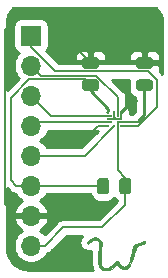
<source format=gbr>
G04 #@! TF.GenerationSoftware,KiCad,Pcbnew,5.1.5*
G04 #@! TF.CreationDate,2020-01-16T19:42:05-06:00*
G04 #@! TF.ProjectId,BMM150,424d4d31-3530-42e6-9b69-6361645f7063,rev?*
G04 #@! TF.SameCoordinates,Original*
G04 #@! TF.FileFunction,Copper,L1,Top*
G04 #@! TF.FilePolarity,Positive*
%FSLAX46Y46*%
G04 Gerber Fmt 4.6, Leading zero omitted, Abs format (unit mm)*
G04 Created by KiCad (PCBNEW 5.1.5) date 2020-01-16 19:42:05*
%MOMM*%
%LPD*%
G04 APERTURE LIST*
%ADD10C,0.010000*%
%ADD11C,0.100000*%
%ADD12R,1.700000X1.700000*%
%ADD13O,1.700000X1.700000*%
%ADD14C,0.200000*%
%ADD15C,0.800000*%
%ADD16C,0.150000*%
%ADD17C,0.250000*%
%ADD18C,0.254000*%
G04 APERTURE END LIST*
D10*
G36*
X143294413Y-125629101D02*
G01*
X143477476Y-125721441D01*
X143613408Y-125855243D01*
X143620789Y-125866445D01*
X143659296Y-125936560D01*
X143680787Y-126011161D01*
X143687260Y-126111906D01*
X143680713Y-126260454D01*
X143669912Y-126399000D01*
X143656318Y-126607176D01*
X143645127Y-126865106D01*
X143637606Y-127137886D01*
X143635038Y-127359064D01*
X143635779Y-127591042D01*
X143640613Y-127755025D01*
X143651695Y-127867664D01*
X143671180Y-127945610D01*
X143701225Y-128005512D01*
X143722732Y-128036397D01*
X143808602Y-128121274D01*
X143922178Y-128161004D01*
X143995016Y-128169227D01*
X144242890Y-128150096D01*
X144470719Y-128052890D01*
X144684344Y-127874818D01*
X144739224Y-127813825D01*
X144843892Y-127700241D01*
X144934066Y-127618178D01*
X144991141Y-127584453D01*
X144993112Y-127584334D01*
X145048755Y-127617452D01*
X145122182Y-127701096D01*
X145154505Y-127748393D01*
X145301869Y-127939127D01*
X145451913Y-128053226D01*
X145599284Y-128089020D01*
X145738631Y-128044837D01*
X145832971Y-127960223D01*
X145913653Y-127851415D01*
X145983934Y-127723458D01*
X146051082Y-127559221D01*
X146122364Y-127341574D01*
X146180985Y-127139834D01*
X146240450Y-126929010D01*
X146302683Y-126709557D01*
X146356333Y-126521471D01*
X146367246Y-126483442D01*
X146446416Y-126208050D01*
X146874565Y-126044582D01*
X147092567Y-125965972D01*
X147240998Y-125923703D01*
X147326001Y-125916227D01*
X147347145Y-125925545D01*
X147377677Y-125984474D01*
X147344740Y-126044145D01*
X147242286Y-126109634D01*
X147064270Y-126186021D01*
X147014887Y-126204600D01*
X146855263Y-126266840D01*
X146724296Y-126323866D01*
X146644270Y-126365783D01*
X146633527Y-126373933D01*
X146605315Y-126430037D01*
X146561526Y-126551746D01*
X146507553Y-126722637D01*
X146448790Y-126926288D01*
X146432251Y-126986804D01*
X146321737Y-127368610D01*
X146215651Y-127673568D01*
X146109846Y-127909062D01*
X146000173Y-128082475D01*
X145882485Y-128201190D01*
X145752635Y-128272591D01*
X145701069Y-128288398D01*
X145527379Y-128291191D01*
X145343574Y-128224646D01*
X145171259Y-128097924D01*
X145117569Y-128040944D01*
X144966511Y-127864467D01*
X144796542Y-128041355D01*
X144612034Y-128207866D01*
X144428712Y-128310737D01*
X144215918Y-128364778D01*
X144101413Y-128377186D01*
X143943971Y-128383485D01*
X143834906Y-128367957D01*
X143739244Y-128323620D01*
X143697334Y-128296552D01*
X143569087Y-128168677D01*
X143477698Y-127981493D01*
X143422655Y-127731317D01*
X143403449Y-127414461D01*
X143419569Y-127027242D01*
X143464182Y-126613076D01*
X143492945Y-126361873D01*
X143500189Y-126178459D01*
X143482137Y-126047833D01*
X143435009Y-125954997D01*
X143355027Y-125884951D01*
X143268702Y-125837122D01*
X143123658Y-125792101D01*
X142985297Y-125810585D01*
X142837541Y-125897350D01*
X142721579Y-125999650D01*
X142626116Y-126085110D01*
X142563509Y-126115811D01*
X142511292Y-126101090D01*
X142498527Y-126092361D01*
X142451073Y-126047661D01*
X142457352Y-125998669D01*
X142495525Y-125939482D01*
X142604960Y-125826072D01*
X142757501Y-125719287D01*
X142922405Y-125636782D01*
X143068928Y-125596212D01*
X143095974Y-125594667D01*
X143294413Y-125629101D01*
G37*
X143294413Y-125629101D02*
X143477476Y-125721441D01*
X143613408Y-125855243D01*
X143620789Y-125866445D01*
X143659296Y-125936560D01*
X143680787Y-126011161D01*
X143687260Y-126111906D01*
X143680713Y-126260454D01*
X143669912Y-126399000D01*
X143656318Y-126607176D01*
X143645127Y-126865106D01*
X143637606Y-127137886D01*
X143635038Y-127359064D01*
X143635779Y-127591042D01*
X143640613Y-127755025D01*
X143651695Y-127867664D01*
X143671180Y-127945610D01*
X143701225Y-128005512D01*
X143722732Y-128036397D01*
X143808602Y-128121274D01*
X143922178Y-128161004D01*
X143995016Y-128169227D01*
X144242890Y-128150096D01*
X144470719Y-128052890D01*
X144684344Y-127874818D01*
X144739224Y-127813825D01*
X144843892Y-127700241D01*
X144934066Y-127618178D01*
X144991141Y-127584453D01*
X144993112Y-127584334D01*
X145048755Y-127617452D01*
X145122182Y-127701096D01*
X145154505Y-127748393D01*
X145301869Y-127939127D01*
X145451913Y-128053226D01*
X145599284Y-128089020D01*
X145738631Y-128044837D01*
X145832971Y-127960223D01*
X145913653Y-127851415D01*
X145983934Y-127723458D01*
X146051082Y-127559221D01*
X146122364Y-127341574D01*
X146180985Y-127139834D01*
X146240450Y-126929010D01*
X146302683Y-126709557D01*
X146356333Y-126521471D01*
X146367246Y-126483442D01*
X146446416Y-126208050D01*
X146874565Y-126044582D01*
X147092567Y-125965972D01*
X147240998Y-125923703D01*
X147326001Y-125916227D01*
X147347145Y-125925545D01*
X147377677Y-125984474D01*
X147344740Y-126044145D01*
X147242286Y-126109634D01*
X147064270Y-126186021D01*
X147014887Y-126204600D01*
X146855263Y-126266840D01*
X146724296Y-126323866D01*
X146644270Y-126365783D01*
X146633527Y-126373933D01*
X146605315Y-126430037D01*
X146561526Y-126551746D01*
X146507553Y-126722637D01*
X146448790Y-126926288D01*
X146432251Y-126986804D01*
X146321737Y-127368610D01*
X146215651Y-127673568D01*
X146109846Y-127909062D01*
X146000173Y-128082475D01*
X145882485Y-128201190D01*
X145752635Y-128272591D01*
X145701069Y-128288398D01*
X145527379Y-128291191D01*
X145343574Y-128224646D01*
X145171259Y-128097924D01*
X145117569Y-128040944D01*
X144966511Y-127864467D01*
X144796542Y-128041355D01*
X144612034Y-128207866D01*
X144428712Y-128310737D01*
X144215918Y-128364778D01*
X144101413Y-128377186D01*
X143943971Y-128383485D01*
X143834906Y-128367957D01*
X143739244Y-128323620D01*
X143697334Y-128296552D01*
X143569087Y-128168677D01*
X143477698Y-127981493D01*
X143422655Y-127731317D01*
X143403449Y-127414461D01*
X143419569Y-127027242D01*
X143464182Y-126613076D01*
X143492945Y-126361873D01*
X143500189Y-126178459D01*
X143482137Y-126047833D01*
X143435009Y-125954997D01*
X143355027Y-125884951D01*
X143268702Y-125837122D01*
X143123658Y-125792101D01*
X142985297Y-125810585D01*
X142837541Y-125897350D01*
X142721579Y-125999650D01*
X142626116Y-126085110D01*
X142563509Y-126115811D01*
X142511292Y-126101090D01*
X142498527Y-126092361D01*
X142451073Y-126047661D01*
X142457352Y-125998669D01*
X142495525Y-125939482D01*
X142604960Y-125826072D01*
X142757501Y-125719287D01*
X142922405Y-125636782D01*
X143068928Y-125596212D01*
X143095974Y-125594667D01*
X143294413Y-125629101D01*
G04 #@! TA.AperFunction,SMDPad,CuDef*
D11*
G36*
X147800142Y-110338674D02*
G01*
X147823803Y-110342184D01*
X147847007Y-110347996D01*
X147869529Y-110356054D01*
X147891153Y-110366282D01*
X147911670Y-110378579D01*
X147930883Y-110392829D01*
X147948607Y-110408893D01*
X147964671Y-110426617D01*
X147978921Y-110445830D01*
X147991218Y-110466347D01*
X148001446Y-110487971D01*
X148009504Y-110510493D01*
X148015316Y-110533697D01*
X148018826Y-110557358D01*
X148020000Y-110581250D01*
X148020000Y-111068750D01*
X148018826Y-111092642D01*
X148015316Y-111116303D01*
X148009504Y-111139507D01*
X148001446Y-111162029D01*
X147991218Y-111183653D01*
X147978921Y-111204170D01*
X147964671Y-111223383D01*
X147948607Y-111241107D01*
X147930883Y-111257171D01*
X147911670Y-111271421D01*
X147891153Y-111283718D01*
X147869529Y-111293946D01*
X147847007Y-111302004D01*
X147823803Y-111307816D01*
X147800142Y-111311326D01*
X147776250Y-111312500D01*
X146863750Y-111312500D01*
X146839858Y-111311326D01*
X146816197Y-111307816D01*
X146792993Y-111302004D01*
X146770471Y-111293946D01*
X146748847Y-111283718D01*
X146728330Y-111271421D01*
X146709117Y-111257171D01*
X146691393Y-111241107D01*
X146675329Y-111223383D01*
X146661079Y-111204170D01*
X146648782Y-111183653D01*
X146638554Y-111162029D01*
X146630496Y-111139507D01*
X146624684Y-111116303D01*
X146621174Y-111092642D01*
X146620000Y-111068750D01*
X146620000Y-110581250D01*
X146621174Y-110557358D01*
X146624684Y-110533697D01*
X146630496Y-110510493D01*
X146638554Y-110487971D01*
X146648782Y-110466347D01*
X146661079Y-110445830D01*
X146675329Y-110426617D01*
X146691393Y-110408893D01*
X146709117Y-110392829D01*
X146728330Y-110378579D01*
X146748847Y-110366282D01*
X146770471Y-110356054D01*
X146792993Y-110347996D01*
X146816197Y-110342184D01*
X146839858Y-110338674D01*
X146863750Y-110337500D01*
X147776250Y-110337500D01*
X147800142Y-110338674D01*
G37*
G04 #@! TD.AperFunction*
G04 #@! TA.AperFunction,SMDPad,CuDef*
G36*
X147800142Y-112213674D02*
G01*
X147823803Y-112217184D01*
X147847007Y-112222996D01*
X147869529Y-112231054D01*
X147891153Y-112241282D01*
X147911670Y-112253579D01*
X147930883Y-112267829D01*
X147948607Y-112283893D01*
X147964671Y-112301617D01*
X147978921Y-112320830D01*
X147991218Y-112341347D01*
X148001446Y-112362971D01*
X148009504Y-112385493D01*
X148015316Y-112408697D01*
X148018826Y-112432358D01*
X148020000Y-112456250D01*
X148020000Y-112943750D01*
X148018826Y-112967642D01*
X148015316Y-112991303D01*
X148009504Y-113014507D01*
X148001446Y-113037029D01*
X147991218Y-113058653D01*
X147978921Y-113079170D01*
X147964671Y-113098383D01*
X147948607Y-113116107D01*
X147930883Y-113132171D01*
X147911670Y-113146421D01*
X147891153Y-113158718D01*
X147869529Y-113168946D01*
X147847007Y-113177004D01*
X147823803Y-113182816D01*
X147800142Y-113186326D01*
X147776250Y-113187500D01*
X146863750Y-113187500D01*
X146839858Y-113186326D01*
X146816197Y-113182816D01*
X146792993Y-113177004D01*
X146770471Y-113168946D01*
X146748847Y-113158718D01*
X146728330Y-113146421D01*
X146709117Y-113132171D01*
X146691393Y-113116107D01*
X146675329Y-113098383D01*
X146661079Y-113079170D01*
X146648782Y-113058653D01*
X146638554Y-113037029D01*
X146630496Y-113014507D01*
X146624684Y-112991303D01*
X146621174Y-112967642D01*
X146620000Y-112943750D01*
X146620000Y-112456250D01*
X146621174Y-112432358D01*
X146624684Y-112408697D01*
X146630496Y-112385493D01*
X146638554Y-112362971D01*
X146648782Y-112341347D01*
X146661079Y-112320830D01*
X146675329Y-112301617D01*
X146691393Y-112283893D01*
X146709117Y-112267829D01*
X146728330Y-112253579D01*
X146748847Y-112241282D01*
X146770471Y-112231054D01*
X146792993Y-112222996D01*
X146816197Y-112217184D01*
X146839858Y-112213674D01*
X146863750Y-112212500D01*
X147776250Y-112212500D01*
X147800142Y-112213674D01*
G37*
G04 #@! TD.AperFunction*
G04 #@! TA.AperFunction,SMDPad,CuDef*
G36*
X143230142Y-110336174D02*
G01*
X143253803Y-110339684D01*
X143277007Y-110345496D01*
X143299529Y-110353554D01*
X143321153Y-110363782D01*
X143341670Y-110376079D01*
X143360883Y-110390329D01*
X143378607Y-110406393D01*
X143394671Y-110424117D01*
X143408921Y-110443330D01*
X143421218Y-110463847D01*
X143431446Y-110485471D01*
X143439504Y-110507993D01*
X143445316Y-110531197D01*
X143448826Y-110554858D01*
X143450000Y-110578750D01*
X143450000Y-111066250D01*
X143448826Y-111090142D01*
X143445316Y-111113803D01*
X143439504Y-111137007D01*
X143431446Y-111159529D01*
X143421218Y-111181153D01*
X143408921Y-111201670D01*
X143394671Y-111220883D01*
X143378607Y-111238607D01*
X143360883Y-111254671D01*
X143341670Y-111268921D01*
X143321153Y-111281218D01*
X143299529Y-111291446D01*
X143277007Y-111299504D01*
X143253803Y-111305316D01*
X143230142Y-111308826D01*
X143206250Y-111310000D01*
X142293750Y-111310000D01*
X142269858Y-111308826D01*
X142246197Y-111305316D01*
X142222993Y-111299504D01*
X142200471Y-111291446D01*
X142178847Y-111281218D01*
X142158330Y-111268921D01*
X142139117Y-111254671D01*
X142121393Y-111238607D01*
X142105329Y-111220883D01*
X142091079Y-111201670D01*
X142078782Y-111181153D01*
X142068554Y-111159529D01*
X142060496Y-111137007D01*
X142054684Y-111113803D01*
X142051174Y-111090142D01*
X142050000Y-111066250D01*
X142050000Y-110578750D01*
X142051174Y-110554858D01*
X142054684Y-110531197D01*
X142060496Y-110507993D01*
X142068554Y-110485471D01*
X142078782Y-110463847D01*
X142091079Y-110443330D01*
X142105329Y-110424117D01*
X142121393Y-110406393D01*
X142139117Y-110390329D01*
X142158330Y-110376079D01*
X142178847Y-110363782D01*
X142200471Y-110353554D01*
X142222993Y-110345496D01*
X142246197Y-110339684D01*
X142269858Y-110336174D01*
X142293750Y-110335000D01*
X143206250Y-110335000D01*
X143230142Y-110336174D01*
G37*
G04 #@! TD.AperFunction*
G04 #@! TA.AperFunction,SMDPad,CuDef*
G36*
X143230142Y-112211174D02*
G01*
X143253803Y-112214684D01*
X143277007Y-112220496D01*
X143299529Y-112228554D01*
X143321153Y-112238782D01*
X143341670Y-112251079D01*
X143360883Y-112265329D01*
X143378607Y-112281393D01*
X143394671Y-112299117D01*
X143408921Y-112318330D01*
X143421218Y-112338847D01*
X143431446Y-112360471D01*
X143439504Y-112382993D01*
X143445316Y-112406197D01*
X143448826Y-112429858D01*
X143450000Y-112453750D01*
X143450000Y-112941250D01*
X143448826Y-112965142D01*
X143445316Y-112988803D01*
X143439504Y-113012007D01*
X143431446Y-113034529D01*
X143421218Y-113056153D01*
X143408921Y-113076670D01*
X143394671Y-113095883D01*
X143378607Y-113113607D01*
X143360883Y-113129671D01*
X143341670Y-113143921D01*
X143321153Y-113156218D01*
X143299529Y-113166446D01*
X143277007Y-113174504D01*
X143253803Y-113180316D01*
X143230142Y-113183826D01*
X143206250Y-113185000D01*
X142293750Y-113185000D01*
X142269858Y-113183826D01*
X142246197Y-113180316D01*
X142222993Y-113174504D01*
X142200471Y-113166446D01*
X142178847Y-113156218D01*
X142158330Y-113143921D01*
X142139117Y-113129671D01*
X142121393Y-113113607D01*
X142105329Y-113095883D01*
X142091079Y-113076670D01*
X142078782Y-113056153D01*
X142068554Y-113034529D01*
X142060496Y-113012007D01*
X142054684Y-112988803D01*
X142051174Y-112965142D01*
X142050000Y-112941250D01*
X142050000Y-112453750D01*
X142051174Y-112429858D01*
X142054684Y-112406197D01*
X142060496Y-112382993D01*
X142068554Y-112360471D01*
X142078782Y-112338847D01*
X142091079Y-112318330D01*
X142105329Y-112299117D01*
X142121393Y-112281393D01*
X142139117Y-112265329D01*
X142158330Y-112251079D01*
X142178847Y-112238782D01*
X142200471Y-112228554D01*
X142222993Y-112220496D01*
X142246197Y-112214684D01*
X142269858Y-112211174D01*
X142293750Y-112210000D01*
X143206250Y-112210000D01*
X143230142Y-112211174D01*
G37*
G04 #@! TD.AperFunction*
D12*
X137715001Y-108505001D03*
D13*
X137715001Y-111045001D03*
X137715001Y-113585001D03*
X137715001Y-116125001D03*
X137715001Y-118665001D03*
X137715001Y-121205001D03*
X137715001Y-123745001D03*
X137715001Y-126285001D03*
D14*
X145346000Y-116136000D03*
X145346000Y-115570000D03*
X145346000Y-115004000D03*
X145063000Y-115853000D03*
X145063000Y-115287000D03*
X144780000Y-116136000D03*
X144780000Y-115004000D03*
X144497000Y-115853000D03*
X144497000Y-115287000D03*
X144214000Y-116136000D03*
X144214000Y-115570000D03*
X144214000Y-115004000D03*
G04 #@! TA.AperFunction,SMDPad,CuDef*
D11*
G36*
X144080142Y-120551174D02*
G01*
X144103803Y-120554684D01*
X144127007Y-120560496D01*
X144149529Y-120568554D01*
X144171153Y-120578782D01*
X144191670Y-120591079D01*
X144210883Y-120605329D01*
X144228607Y-120621393D01*
X144244671Y-120639117D01*
X144258921Y-120658330D01*
X144271218Y-120678847D01*
X144281446Y-120700471D01*
X144289504Y-120722993D01*
X144295316Y-120746197D01*
X144298826Y-120769858D01*
X144300000Y-120793750D01*
X144300000Y-121706250D01*
X144298826Y-121730142D01*
X144295316Y-121753803D01*
X144289504Y-121777007D01*
X144281446Y-121799529D01*
X144271218Y-121821153D01*
X144258921Y-121841670D01*
X144244671Y-121860883D01*
X144228607Y-121878607D01*
X144210883Y-121894671D01*
X144191670Y-121908921D01*
X144171153Y-121921218D01*
X144149529Y-121931446D01*
X144127007Y-121939504D01*
X144103803Y-121945316D01*
X144080142Y-121948826D01*
X144056250Y-121950000D01*
X143568750Y-121950000D01*
X143544858Y-121948826D01*
X143521197Y-121945316D01*
X143497993Y-121939504D01*
X143475471Y-121931446D01*
X143453847Y-121921218D01*
X143433330Y-121908921D01*
X143414117Y-121894671D01*
X143396393Y-121878607D01*
X143380329Y-121860883D01*
X143366079Y-121841670D01*
X143353782Y-121821153D01*
X143343554Y-121799529D01*
X143335496Y-121777007D01*
X143329684Y-121753803D01*
X143326174Y-121730142D01*
X143325000Y-121706250D01*
X143325000Y-120793750D01*
X143326174Y-120769858D01*
X143329684Y-120746197D01*
X143335496Y-120722993D01*
X143343554Y-120700471D01*
X143353782Y-120678847D01*
X143366079Y-120658330D01*
X143380329Y-120639117D01*
X143396393Y-120621393D01*
X143414117Y-120605329D01*
X143433330Y-120591079D01*
X143453847Y-120578782D01*
X143475471Y-120568554D01*
X143497993Y-120560496D01*
X143521197Y-120554684D01*
X143544858Y-120551174D01*
X143568750Y-120550000D01*
X144056250Y-120550000D01*
X144080142Y-120551174D01*
G37*
G04 #@! TD.AperFunction*
G04 #@! TA.AperFunction,SMDPad,CuDef*
G36*
X145955142Y-120551174D02*
G01*
X145978803Y-120554684D01*
X146002007Y-120560496D01*
X146024529Y-120568554D01*
X146046153Y-120578782D01*
X146066670Y-120591079D01*
X146085883Y-120605329D01*
X146103607Y-120621393D01*
X146119671Y-120639117D01*
X146133921Y-120658330D01*
X146146218Y-120678847D01*
X146156446Y-120700471D01*
X146164504Y-120722993D01*
X146170316Y-120746197D01*
X146173826Y-120769858D01*
X146175000Y-120793750D01*
X146175000Y-121706250D01*
X146173826Y-121730142D01*
X146170316Y-121753803D01*
X146164504Y-121777007D01*
X146156446Y-121799529D01*
X146146218Y-121821153D01*
X146133921Y-121841670D01*
X146119671Y-121860883D01*
X146103607Y-121878607D01*
X146085883Y-121894671D01*
X146066670Y-121908921D01*
X146046153Y-121921218D01*
X146024529Y-121931446D01*
X146002007Y-121939504D01*
X145978803Y-121945316D01*
X145955142Y-121948826D01*
X145931250Y-121950000D01*
X145443750Y-121950000D01*
X145419858Y-121948826D01*
X145396197Y-121945316D01*
X145372993Y-121939504D01*
X145350471Y-121931446D01*
X145328847Y-121921218D01*
X145308330Y-121908921D01*
X145289117Y-121894671D01*
X145271393Y-121878607D01*
X145255329Y-121860883D01*
X145241079Y-121841670D01*
X145228782Y-121821153D01*
X145218554Y-121799529D01*
X145210496Y-121777007D01*
X145204684Y-121753803D01*
X145201174Y-121730142D01*
X145200000Y-121706250D01*
X145200000Y-120793750D01*
X145201174Y-120769858D01*
X145204684Y-120746197D01*
X145210496Y-120722993D01*
X145218554Y-120700471D01*
X145228782Y-120678847D01*
X145241079Y-120658330D01*
X145255329Y-120639117D01*
X145271393Y-120621393D01*
X145289117Y-120605329D01*
X145308330Y-120591079D01*
X145328847Y-120578782D01*
X145350471Y-120568554D01*
X145372993Y-120560496D01*
X145396197Y-120554684D01*
X145419858Y-120551174D01*
X145443750Y-120550000D01*
X145931250Y-120550000D01*
X145955142Y-120551174D01*
G37*
G04 #@! TD.AperFunction*
D15*
X142500000Y-117000000D03*
X146375000Y-114075000D03*
D16*
X138927500Y-107000000D02*
X142750000Y-110822500D01*
X136512920Y-123745001D02*
X135500000Y-122732081D01*
X137715001Y-123745001D02*
X136512920Y-123745001D01*
X135500000Y-108000000D02*
X136500000Y-107000000D01*
X135500000Y-122732081D02*
X135500000Y-108000000D01*
X136500000Y-107000000D02*
X138927500Y-107000000D01*
X145204579Y-115570000D02*
X145346000Y-115570000D01*
X144938998Y-115570000D02*
X145204579Y-115570000D01*
X144780000Y-115411002D02*
X144938998Y-115570000D01*
X144780000Y-115004000D02*
X144780000Y-115411002D01*
X144214000Y-115570000D02*
X144938998Y-115570000D01*
X144214000Y-116136000D02*
X143364000Y-116136000D01*
X143364000Y-116136000D02*
X142500000Y-117000000D01*
X145346000Y-115104000D02*
X146375000Y-114075000D01*
X146275000Y-114075000D02*
X146375000Y-114075000D01*
X145346000Y-115004000D02*
X146275000Y-114075000D01*
X145346000Y-115570000D02*
X145346000Y-115104000D01*
D17*
X147320000Y-113237500D02*
X147250000Y-113307500D01*
X147320000Y-112750000D02*
X147320000Y-113237500D01*
X147250000Y-113307500D02*
X147250000Y-115250000D01*
X147250000Y-115250000D02*
X146750000Y-115750000D01*
D16*
X146647000Y-115853000D02*
X146750000Y-115750000D01*
X145063000Y-115853000D02*
X146647000Y-115853000D01*
X138917082Y-126285001D02*
X140452083Y-124750000D01*
X137715001Y-126285001D02*
X138917082Y-126285001D01*
X140452083Y-124750000D02*
X143750000Y-124750000D01*
X145687500Y-122812500D02*
X145687500Y-121250000D01*
X143750000Y-124750000D02*
X145687500Y-122812500D01*
X145063000Y-119925500D02*
X145063000Y-115994421D01*
X145687500Y-120550000D02*
X145063000Y-119925500D01*
X145063000Y-115994421D02*
X145063000Y-115853000D01*
X145687500Y-121250000D02*
X145687500Y-120550000D01*
D17*
X144250000Y-114904998D02*
X144182499Y-114972499D01*
X144250000Y-114685000D02*
X144250000Y-114904998D01*
X142750000Y-112697500D02*
X142750000Y-113185000D01*
X142750000Y-113185000D02*
X144250000Y-114685000D01*
D16*
X143767501Y-121205001D02*
X143812500Y-121250000D01*
X137715001Y-121205001D02*
X143767501Y-121205001D01*
X137571027Y-112211973D02*
X136000000Y-113783000D01*
X142750000Y-112697500D02*
X142264473Y-112211973D01*
X142264473Y-112211973D02*
X137571027Y-112211973D01*
X136000000Y-113783000D02*
X136000000Y-120750000D01*
X136455001Y-121205001D02*
X137715001Y-121205001D01*
X136000000Y-120750000D02*
X136455001Y-121205001D01*
X146788278Y-116136000D02*
X148375000Y-114549278D01*
X148375000Y-114549278D02*
X148375000Y-112275000D01*
X137715001Y-109505001D02*
X137715001Y-108505001D01*
X139747510Y-111537510D02*
X137715001Y-109505001D01*
X148375000Y-112275000D02*
X147637510Y-111537510D01*
X145346000Y-116136000D02*
X146788278Y-116136000D01*
X147637510Y-111537510D02*
X139747510Y-111537510D01*
X143239718Y-111895000D02*
X138565000Y-111895000D01*
X138565000Y-111895000D02*
X137715001Y-111045001D01*
X145063000Y-113718282D02*
X143239718Y-111895000D01*
X145063000Y-115287000D02*
X145063000Y-113718282D01*
X139417000Y-115287000D02*
X137715001Y-113585001D01*
X144497000Y-115287000D02*
X139417000Y-115287000D01*
X137987002Y-115853000D02*
X137715001Y-116125001D01*
X144497000Y-115853000D02*
X137987002Y-115853000D01*
X142250999Y-118665001D02*
X137715001Y-118665001D01*
X144780000Y-116136000D02*
X142250999Y-118665001D01*
D18*
G36*
X135928285Y-121682375D02*
G01*
X135950526Y-121709476D01*
X136058638Y-121798201D01*
X136181981Y-121864129D01*
X136315816Y-121904728D01*
X136402237Y-121913239D01*
X136561526Y-122151633D01*
X136768369Y-122358476D01*
X136950535Y-122480196D01*
X136833646Y-122549823D01*
X136617413Y-122744732D01*
X136443360Y-122978081D01*
X136318176Y-123240902D01*
X136273525Y-123388111D01*
X136394846Y-123618001D01*
X137588001Y-123618001D01*
X137588001Y-123598001D01*
X137842001Y-123598001D01*
X137842001Y-123618001D01*
X139035156Y-123618001D01*
X139156477Y-123388111D01*
X139111826Y-123240902D01*
X138986642Y-122978081D01*
X138812589Y-122744732D01*
X138596356Y-122549823D01*
X138479467Y-122480196D01*
X138661633Y-122358476D01*
X138868476Y-122151633D01*
X139026588Y-121915001D01*
X142715010Y-121915001D01*
X142754053Y-122043709D01*
X142835542Y-122196164D01*
X142945208Y-122329792D01*
X143078836Y-122439458D01*
X143231291Y-122520947D01*
X143396715Y-122571128D01*
X143568750Y-122588072D01*
X144056250Y-122588072D01*
X144228285Y-122571128D01*
X144393709Y-122520947D01*
X144546164Y-122439458D01*
X144679792Y-122329792D01*
X144750000Y-122244244D01*
X144820208Y-122329792D01*
X144953836Y-122439458D01*
X144977500Y-122452107D01*
X144977500Y-122518409D01*
X143455909Y-124040000D01*
X140486957Y-124040000D01*
X140452082Y-124036565D01*
X140417207Y-124040000D01*
X140417206Y-124040000D01*
X140312899Y-124050273D01*
X140179063Y-124090872D01*
X140055720Y-124156800D01*
X139947608Y-124245525D01*
X139925375Y-124272616D01*
X138864049Y-125333942D01*
X138661633Y-125131526D01*
X138479467Y-125009806D01*
X138596356Y-124940179D01*
X138812589Y-124745270D01*
X138986642Y-124511921D01*
X139111826Y-124249100D01*
X139156477Y-124101891D01*
X139035156Y-123872001D01*
X137842001Y-123872001D01*
X137842001Y-123892001D01*
X137588001Y-123892001D01*
X137588001Y-123872001D01*
X136394846Y-123872001D01*
X136273525Y-124101891D01*
X136318176Y-124249100D01*
X136443360Y-124511921D01*
X136617413Y-124745270D01*
X136833646Y-124940179D01*
X136950535Y-125009806D01*
X136768369Y-125131526D01*
X136561526Y-125338369D01*
X136399011Y-125581590D01*
X136287069Y-125851843D01*
X136230001Y-126138741D01*
X136230001Y-126431261D01*
X136287069Y-126718159D01*
X136399011Y-126988412D01*
X136561526Y-127231633D01*
X136768369Y-127438476D01*
X137011590Y-127600991D01*
X137281843Y-127712933D01*
X137568741Y-127770001D01*
X137861261Y-127770001D01*
X138148159Y-127712933D01*
X138418412Y-127600991D01*
X138661633Y-127438476D01*
X138868476Y-127231633D01*
X139030991Y-126988412D01*
X139031507Y-126987166D01*
X139056266Y-126984728D01*
X139190102Y-126944129D01*
X139313445Y-126878201D01*
X139421557Y-126789476D01*
X139443794Y-126762380D01*
X140746175Y-125460000D01*
X142068825Y-125460000D01*
X142034978Y-125495077D01*
X141999127Y-125540345D01*
X141962580Y-125585123D01*
X141957685Y-125592599D01*
X141919512Y-125651786D01*
X141913579Y-125663320D01*
X141905928Y-125673811D01*
X141885044Y-125718796D01*
X141862379Y-125762859D01*
X141858798Y-125775329D01*
X141853332Y-125787104D01*
X141841586Y-125835276D01*
X141827907Y-125882915D01*
X141826817Y-125895845D01*
X141823742Y-125908454D01*
X141822544Y-125917309D01*
X141816265Y-125966302D01*
X141814869Y-126013247D01*
X141811193Y-126060079D01*
X141813016Y-126075572D01*
X141812553Y-126091153D01*
X141820299Y-126137456D01*
X141825791Y-126184129D01*
X141830590Y-126198975D01*
X141833161Y-126214347D01*
X141849759Y-126258283D01*
X141864207Y-126302981D01*
X141871791Y-126316600D01*
X141877304Y-126331193D01*
X141902130Y-126371083D01*
X141924976Y-126412108D01*
X141935064Y-126423998D01*
X141943304Y-126437238D01*
X141975392Y-126471532D01*
X142005783Y-126507353D01*
X142012245Y-126513526D01*
X142059699Y-126558226D01*
X142095578Y-126585944D01*
X142098114Y-126588131D01*
X142109011Y-126598856D01*
X142115527Y-126603144D01*
X142129927Y-126615558D01*
X142137269Y-126620653D01*
X142150034Y-126629382D01*
X142156150Y-126632739D01*
X142158544Y-126634589D01*
X142169114Y-126639856D01*
X142182458Y-126647182D01*
X142213357Y-126667512D01*
X142237077Y-126677165D01*
X142259526Y-126689489D01*
X142294782Y-126700649D01*
X142329049Y-126714595D01*
X142337633Y-126717079D01*
X142389849Y-126731800D01*
X142430883Y-126739142D01*
X142471367Y-126749144D01*
X142492242Y-126750120D01*
X142512803Y-126753799D01*
X142554479Y-126753031D01*
X142596137Y-126754979D01*
X142616804Y-126751882D01*
X142637688Y-126751497D01*
X142678428Y-126742647D01*
X142719664Y-126736468D01*
X142739330Y-126729418D01*
X142759747Y-126724983D01*
X142797990Y-126708390D01*
X142810704Y-126703832D01*
X142783250Y-126958699D01*
X142783091Y-126975289D01*
X142780556Y-126991696D01*
X142780123Y-127000622D01*
X142764003Y-127387841D01*
X142765588Y-127416045D01*
X142764143Y-127444260D01*
X142764621Y-127453183D01*
X142783828Y-127770040D01*
X142790989Y-127814903D01*
X142795745Y-127860098D01*
X142797605Y-127868839D01*
X142852648Y-128119015D01*
X142855447Y-128127624D01*
X142856772Y-128136573D01*
X142874733Y-128186950D01*
X142891264Y-128237802D01*
X142895677Y-128245696D01*
X142898718Y-128254225D01*
X142902583Y-128262282D01*
X142940527Y-128340000D01*
X137532279Y-128340000D01*
X137143224Y-128301853D01*
X136800036Y-128198238D01*
X136483511Y-128029939D01*
X136205704Y-127803365D01*
X135977195Y-127527146D01*
X135806690Y-127211803D01*
X135700681Y-126869344D01*
X135660000Y-126482288D01*
X135660000Y-121414091D01*
X135928285Y-121682375D01*
G37*
X135928285Y-121682375D02*
X135950526Y-121709476D01*
X136058638Y-121798201D01*
X136181981Y-121864129D01*
X136315816Y-121904728D01*
X136402237Y-121913239D01*
X136561526Y-122151633D01*
X136768369Y-122358476D01*
X136950535Y-122480196D01*
X136833646Y-122549823D01*
X136617413Y-122744732D01*
X136443360Y-122978081D01*
X136318176Y-123240902D01*
X136273525Y-123388111D01*
X136394846Y-123618001D01*
X137588001Y-123618001D01*
X137588001Y-123598001D01*
X137842001Y-123598001D01*
X137842001Y-123618001D01*
X139035156Y-123618001D01*
X139156477Y-123388111D01*
X139111826Y-123240902D01*
X138986642Y-122978081D01*
X138812589Y-122744732D01*
X138596356Y-122549823D01*
X138479467Y-122480196D01*
X138661633Y-122358476D01*
X138868476Y-122151633D01*
X139026588Y-121915001D01*
X142715010Y-121915001D01*
X142754053Y-122043709D01*
X142835542Y-122196164D01*
X142945208Y-122329792D01*
X143078836Y-122439458D01*
X143231291Y-122520947D01*
X143396715Y-122571128D01*
X143568750Y-122588072D01*
X144056250Y-122588072D01*
X144228285Y-122571128D01*
X144393709Y-122520947D01*
X144546164Y-122439458D01*
X144679792Y-122329792D01*
X144750000Y-122244244D01*
X144820208Y-122329792D01*
X144953836Y-122439458D01*
X144977500Y-122452107D01*
X144977500Y-122518409D01*
X143455909Y-124040000D01*
X140486957Y-124040000D01*
X140452082Y-124036565D01*
X140417207Y-124040000D01*
X140417206Y-124040000D01*
X140312899Y-124050273D01*
X140179063Y-124090872D01*
X140055720Y-124156800D01*
X139947608Y-124245525D01*
X139925375Y-124272616D01*
X138864049Y-125333942D01*
X138661633Y-125131526D01*
X138479467Y-125009806D01*
X138596356Y-124940179D01*
X138812589Y-124745270D01*
X138986642Y-124511921D01*
X139111826Y-124249100D01*
X139156477Y-124101891D01*
X139035156Y-123872001D01*
X137842001Y-123872001D01*
X137842001Y-123892001D01*
X137588001Y-123892001D01*
X137588001Y-123872001D01*
X136394846Y-123872001D01*
X136273525Y-124101891D01*
X136318176Y-124249100D01*
X136443360Y-124511921D01*
X136617413Y-124745270D01*
X136833646Y-124940179D01*
X136950535Y-125009806D01*
X136768369Y-125131526D01*
X136561526Y-125338369D01*
X136399011Y-125581590D01*
X136287069Y-125851843D01*
X136230001Y-126138741D01*
X136230001Y-126431261D01*
X136287069Y-126718159D01*
X136399011Y-126988412D01*
X136561526Y-127231633D01*
X136768369Y-127438476D01*
X137011590Y-127600991D01*
X137281843Y-127712933D01*
X137568741Y-127770001D01*
X137861261Y-127770001D01*
X138148159Y-127712933D01*
X138418412Y-127600991D01*
X138661633Y-127438476D01*
X138868476Y-127231633D01*
X139030991Y-126988412D01*
X139031507Y-126987166D01*
X139056266Y-126984728D01*
X139190102Y-126944129D01*
X139313445Y-126878201D01*
X139421557Y-126789476D01*
X139443794Y-126762380D01*
X140746175Y-125460000D01*
X142068825Y-125460000D01*
X142034978Y-125495077D01*
X141999127Y-125540345D01*
X141962580Y-125585123D01*
X141957685Y-125592599D01*
X141919512Y-125651786D01*
X141913579Y-125663320D01*
X141905928Y-125673811D01*
X141885044Y-125718796D01*
X141862379Y-125762859D01*
X141858798Y-125775329D01*
X141853332Y-125787104D01*
X141841586Y-125835276D01*
X141827907Y-125882915D01*
X141826817Y-125895845D01*
X141823742Y-125908454D01*
X141822544Y-125917309D01*
X141816265Y-125966302D01*
X141814869Y-126013247D01*
X141811193Y-126060079D01*
X141813016Y-126075572D01*
X141812553Y-126091153D01*
X141820299Y-126137456D01*
X141825791Y-126184129D01*
X141830590Y-126198975D01*
X141833161Y-126214347D01*
X141849759Y-126258283D01*
X141864207Y-126302981D01*
X141871791Y-126316600D01*
X141877304Y-126331193D01*
X141902130Y-126371083D01*
X141924976Y-126412108D01*
X141935064Y-126423998D01*
X141943304Y-126437238D01*
X141975392Y-126471532D01*
X142005783Y-126507353D01*
X142012245Y-126513526D01*
X142059699Y-126558226D01*
X142095578Y-126585944D01*
X142098114Y-126588131D01*
X142109011Y-126598856D01*
X142115527Y-126603144D01*
X142129927Y-126615558D01*
X142137269Y-126620653D01*
X142150034Y-126629382D01*
X142156150Y-126632739D01*
X142158544Y-126634589D01*
X142169114Y-126639856D01*
X142182458Y-126647182D01*
X142213357Y-126667512D01*
X142237077Y-126677165D01*
X142259526Y-126689489D01*
X142294782Y-126700649D01*
X142329049Y-126714595D01*
X142337633Y-126717079D01*
X142389849Y-126731800D01*
X142430883Y-126739142D01*
X142471367Y-126749144D01*
X142492242Y-126750120D01*
X142512803Y-126753799D01*
X142554479Y-126753031D01*
X142596137Y-126754979D01*
X142616804Y-126751882D01*
X142637688Y-126751497D01*
X142678428Y-126742647D01*
X142719664Y-126736468D01*
X142739330Y-126729418D01*
X142759747Y-126724983D01*
X142797990Y-126708390D01*
X142810704Y-126703832D01*
X142783250Y-126958699D01*
X142783091Y-126975289D01*
X142780556Y-126991696D01*
X142780123Y-127000622D01*
X142764003Y-127387841D01*
X142765588Y-127416045D01*
X142764143Y-127444260D01*
X142764621Y-127453183D01*
X142783828Y-127770040D01*
X142790989Y-127814903D01*
X142795745Y-127860098D01*
X142797605Y-127868839D01*
X142852648Y-128119015D01*
X142855447Y-128127624D01*
X142856772Y-128136573D01*
X142874733Y-128186950D01*
X142891264Y-128237802D01*
X142895677Y-128245696D01*
X142898718Y-128254225D01*
X142902583Y-128262282D01*
X142940527Y-128340000D01*
X137532279Y-128340000D01*
X137143224Y-128301853D01*
X136800036Y-128198238D01*
X136483511Y-128029939D01*
X136205704Y-127803365D01*
X135977195Y-127527146D01*
X135806690Y-127211803D01*
X135700681Y-126869344D01*
X135660000Y-126482288D01*
X135660000Y-121414091D01*
X135928285Y-121682375D01*
G36*
X141956908Y-117955001D02*
G01*
X139026588Y-117955001D01*
X138868476Y-117718369D01*
X138661633Y-117511526D01*
X138487241Y-117395001D01*
X138661633Y-117278476D01*
X138868476Y-117071633D01*
X139030991Y-116828412D01*
X139140928Y-116563000D01*
X143348909Y-116563000D01*
X141956908Y-117955001D01*
G37*
X141956908Y-117955001D02*
X139026588Y-117955001D01*
X138868476Y-117718369D01*
X138661633Y-117511526D01*
X138487241Y-117395001D01*
X138661633Y-117278476D01*
X138868476Y-117071633D01*
X139030991Y-116828412D01*
X139140928Y-116563000D01*
X143348909Y-116563000D01*
X141956908Y-117955001D01*
G36*
X145998872Y-112284215D02*
G01*
X145981928Y-112456250D01*
X145981928Y-112943750D01*
X145998872Y-113115785D01*
X146049053Y-113281209D01*
X146130542Y-113433664D01*
X146240208Y-113567292D01*
X146373836Y-113676958D01*
X146490000Y-113739049D01*
X146490001Y-114935198D01*
X146282199Y-115143000D01*
X146068772Y-115143000D01*
X146083988Y-115032996D01*
X146075464Y-114888464D01*
X146038907Y-114748373D01*
X145975723Y-114618106D01*
X145943505Y-114569888D01*
X145773000Y-114591826D01*
X145773000Y-114461771D01*
X145780112Y-114406495D01*
X145773000Y-114402327D01*
X145773000Y-113753156D01*
X145776435Y-113718281D01*
X145769101Y-113643816D01*
X145762727Y-113579098D01*
X145722128Y-113445262D01*
X145656200Y-113321919D01*
X145567475Y-113213807D01*
X145540384Y-113191574D01*
X144596319Y-112247510D01*
X146010006Y-112247510D01*
X145998872Y-112284215D01*
G37*
X145998872Y-112284215D02*
X145981928Y-112456250D01*
X145981928Y-112943750D01*
X145998872Y-113115785D01*
X146049053Y-113281209D01*
X146130542Y-113433664D01*
X146240208Y-113567292D01*
X146373836Y-113676958D01*
X146490000Y-113739049D01*
X146490001Y-114935198D01*
X146282199Y-115143000D01*
X146068772Y-115143000D01*
X146083988Y-115032996D01*
X146075464Y-114888464D01*
X146038907Y-114748373D01*
X145975723Y-114618106D01*
X145943505Y-114569888D01*
X145773000Y-114591826D01*
X145773000Y-114461771D01*
X145780112Y-114406495D01*
X145773000Y-114402327D01*
X145773000Y-113753156D01*
X145776435Y-113718281D01*
X145769101Y-113643816D01*
X145762727Y-113579098D01*
X145722128Y-113445262D01*
X145656200Y-113321919D01*
X145567475Y-113213807D01*
X145540384Y-113191574D01*
X144596319Y-112247510D01*
X146010006Y-112247510D01*
X145998872Y-112284215D01*
G36*
X148294299Y-106196637D02*
G01*
X148522806Y-106472856D01*
X148693310Y-106788197D01*
X148799319Y-107130656D01*
X148840001Y-107517722D01*
X148840001Y-111735909D01*
X148621435Y-111517343D01*
X148645812Y-111436982D01*
X148658072Y-111312500D01*
X148655000Y-111110750D01*
X148496250Y-110952000D01*
X148043243Y-110952000D01*
X148033873Y-110944310D01*
X147910530Y-110878382D01*
X147776694Y-110837783D01*
X147672387Y-110827510D01*
X147672385Y-110827510D01*
X147637510Y-110824075D01*
X147602635Y-110827510D01*
X140041601Y-110827510D01*
X139549091Y-110335000D01*
X141411928Y-110335000D01*
X141415000Y-110536750D01*
X141573750Y-110695500D01*
X142623000Y-110695500D01*
X142623000Y-109858750D01*
X142877000Y-109858750D01*
X142877000Y-110695500D01*
X143926250Y-110695500D01*
X144085000Y-110536750D01*
X144088033Y-110337500D01*
X145981928Y-110337500D01*
X145985000Y-110539250D01*
X146143750Y-110698000D01*
X147193000Y-110698000D01*
X147193000Y-109861250D01*
X147447000Y-109861250D01*
X147447000Y-110698000D01*
X148496250Y-110698000D01*
X148655000Y-110539250D01*
X148658072Y-110337500D01*
X148645812Y-110213018D01*
X148609502Y-110093320D01*
X148550537Y-109983006D01*
X148471185Y-109886315D01*
X148374494Y-109806963D01*
X148264180Y-109747998D01*
X148144482Y-109711688D01*
X148020000Y-109699428D01*
X147605750Y-109702500D01*
X147447000Y-109861250D01*
X147193000Y-109861250D01*
X147034250Y-109702500D01*
X146620000Y-109699428D01*
X146495518Y-109711688D01*
X146375820Y-109747998D01*
X146265506Y-109806963D01*
X146168815Y-109886315D01*
X146089463Y-109983006D01*
X146030498Y-110093320D01*
X145994188Y-110213018D01*
X145981928Y-110337500D01*
X144088033Y-110337500D01*
X144088072Y-110335000D01*
X144075812Y-110210518D01*
X144039502Y-110090820D01*
X143980537Y-109980506D01*
X143901185Y-109883815D01*
X143804494Y-109804463D01*
X143694180Y-109745498D01*
X143574482Y-109709188D01*
X143450000Y-109696928D01*
X143035750Y-109700000D01*
X142877000Y-109858750D01*
X142623000Y-109858750D01*
X142464250Y-109700000D01*
X142050000Y-109696928D01*
X141925518Y-109709188D01*
X141805820Y-109745498D01*
X141695506Y-109804463D01*
X141598815Y-109883815D01*
X141519463Y-109980506D01*
X141460498Y-110090820D01*
X141424188Y-110210518D01*
X141411928Y-110335000D01*
X139549091Y-110335000D01*
X139018030Y-109803939D01*
X139095538Y-109709495D01*
X139154503Y-109599181D01*
X139190813Y-109479483D01*
X139203073Y-109355001D01*
X139203073Y-107655001D01*
X139190813Y-107530519D01*
X139154503Y-107410821D01*
X139095538Y-107300507D01*
X139016186Y-107203816D01*
X138919495Y-107124464D01*
X138809181Y-107065499D01*
X138689483Y-107029189D01*
X138565001Y-107016929D01*
X136865001Y-107016929D01*
X136740519Y-107029189D01*
X136620821Y-107065499D01*
X136510507Y-107124464D01*
X136413816Y-107203816D01*
X136334464Y-107300507D01*
X136275499Y-107410821D01*
X136239189Y-107530519D01*
X136226929Y-107655001D01*
X136226929Y-109355001D01*
X136239189Y-109479483D01*
X136275499Y-109599181D01*
X136334464Y-109709495D01*
X136413816Y-109806186D01*
X136510507Y-109885538D01*
X136620821Y-109944503D01*
X136693381Y-109966514D01*
X136561526Y-110098369D01*
X136399011Y-110341590D01*
X136287069Y-110611843D01*
X136230001Y-110898741D01*
X136230001Y-111191261D01*
X136287069Y-111478159D01*
X136399011Y-111748412D01*
X136561526Y-111991633D01*
X136674401Y-112104508D01*
X135660000Y-113118909D01*
X135660000Y-107532279D01*
X135698147Y-107143225D01*
X135801763Y-106800033D01*
X135970062Y-106483511D01*
X136196637Y-106205701D01*
X136291771Y-106127000D01*
X148208915Y-106127000D01*
X148294299Y-106196637D01*
G37*
X148294299Y-106196637D02*
X148522806Y-106472856D01*
X148693310Y-106788197D01*
X148799319Y-107130656D01*
X148840001Y-107517722D01*
X148840001Y-111735909D01*
X148621435Y-111517343D01*
X148645812Y-111436982D01*
X148658072Y-111312500D01*
X148655000Y-111110750D01*
X148496250Y-110952000D01*
X148043243Y-110952000D01*
X148033873Y-110944310D01*
X147910530Y-110878382D01*
X147776694Y-110837783D01*
X147672387Y-110827510D01*
X147672385Y-110827510D01*
X147637510Y-110824075D01*
X147602635Y-110827510D01*
X140041601Y-110827510D01*
X139549091Y-110335000D01*
X141411928Y-110335000D01*
X141415000Y-110536750D01*
X141573750Y-110695500D01*
X142623000Y-110695500D01*
X142623000Y-109858750D01*
X142877000Y-109858750D01*
X142877000Y-110695500D01*
X143926250Y-110695500D01*
X144085000Y-110536750D01*
X144088033Y-110337500D01*
X145981928Y-110337500D01*
X145985000Y-110539250D01*
X146143750Y-110698000D01*
X147193000Y-110698000D01*
X147193000Y-109861250D01*
X147447000Y-109861250D01*
X147447000Y-110698000D01*
X148496250Y-110698000D01*
X148655000Y-110539250D01*
X148658072Y-110337500D01*
X148645812Y-110213018D01*
X148609502Y-110093320D01*
X148550537Y-109983006D01*
X148471185Y-109886315D01*
X148374494Y-109806963D01*
X148264180Y-109747998D01*
X148144482Y-109711688D01*
X148020000Y-109699428D01*
X147605750Y-109702500D01*
X147447000Y-109861250D01*
X147193000Y-109861250D01*
X147034250Y-109702500D01*
X146620000Y-109699428D01*
X146495518Y-109711688D01*
X146375820Y-109747998D01*
X146265506Y-109806963D01*
X146168815Y-109886315D01*
X146089463Y-109983006D01*
X146030498Y-110093320D01*
X145994188Y-110213018D01*
X145981928Y-110337500D01*
X144088033Y-110337500D01*
X144088072Y-110335000D01*
X144075812Y-110210518D01*
X144039502Y-110090820D01*
X143980537Y-109980506D01*
X143901185Y-109883815D01*
X143804494Y-109804463D01*
X143694180Y-109745498D01*
X143574482Y-109709188D01*
X143450000Y-109696928D01*
X143035750Y-109700000D01*
X142877000Y-109858750D01*
X142623000Y-109858750D01*
X142464250Y-109700000D01*
X142050000Y-109696928D01*
X141925518Y-109709188D01*
X141805820Y-109745498D01*
X141695506Y-109804463D01*
X141598815Y-109883815D01*
X141519463Y-109980506D01*
X141460498Y-110090820D01*
X141424188Y-110210518D01*
X141411928Y-110335000D01*
X139549091Y-110335000D01*
X139018030Y-109803939D01*
X139095538Y-109709495D01*
X139154503Y-109599181D01*
X139190813Y-109479483D01*
X139203073Y-109355001D01*
X139203073Y-107655001D01*
X139190813Y-107530519D01*
X139154503Y-107410821D01*
X139095538Y-107300507D01*
X139016186Y-107203816D01*
X138919495Y-107124464D01*
X138809181Y-107065499D01*
X138689483Y-107029189D01*
X138565001Y-107016929D01*
X136865001Y-107016929D01*
X136740519Y-107029189D01*
X136620821Y-107065499D01*
X136510507Y-107124464D01*
X136413816Y-107203816D01*
X136334464Y-107300507D01*
X136275499Y-107410821D01*
X136239189Y-107530519D01*
X136226929Y-107655001D01*
X136226929Y-109355001D01*
X136239189Y-109479483D01*
X136275499Y-109599181D01*
X136334464Y-109709495D01*
X136413816Y-109806186D01*
X136510507Y-109885538D01*
X136620821Y-109944503D01*
X136693381Y-109966514D01*
X136561526Y-110098369D01*
X136399011Y-110341590D01*
X136287069Y-110611843D01*
X136230001Y-110898741D01*
X136230001Y-111191261D01*
X136287069Y-111478159D01*
X136399011Y-111748412D01*
X136561526Y-111991633D01*
X136674401Y-112104508D01*
X135660000Y-113118909D01*
X135660000Y-107532279D01*
X135698147Y-107143225D01*
X135801763Y-106800033D01*
X135970062Y-106483511D01*
X136196637Y-106205701D01*
X136291771Y-106127000D01*
X148208915Y-106127000D01*
X148294299Y-106196637D01*
M02*

</source>
